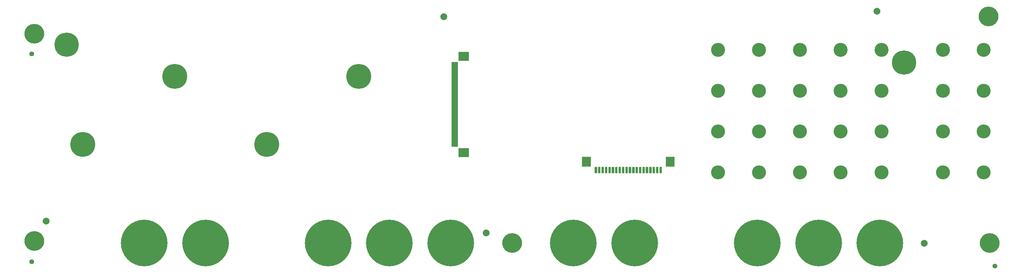
<source format=gbr>
%TF.GenerationSoftware,KiCad,Pcbnew,5.1.9*%
%TF.CreationDate,2021-03-30T15:22:33+02:00*%
%TF.ProjectId,OTTO-Beta-Aux,4f54544f-2d42-4657-9461-2d4175782e6b,rev?*%
%TF.SameCoordinates,Original*%
%TF.FileFunction,Soldermask,Bot*%
%TF.FilePolarity,Negative*%
%FSLAX46Y46*%
G04 Gerber Fmt 4.6, Leading zero omitted, Abs format (unit mm)*
G04 Created by KiCad (PCBNEW 5.1.9) date 2021-03-30 15:22:33*
%MOMM*%
%LPD*%
G01*
G04 APERTURE LIST*
%ADD10C,4.102000*%
%ADD11C,13.702000*%
%ADD12C,7.302000*%
%ADD13C,7.102000*%
%ADD14C,5.800000*%
%ADD15C,1.402000*%
%ADD16C,2.000000*%
%ADD17C,0.150000*%
G04 APERTURE END LIST*
D10*
X299700000Y-23850000D03*
X287700000Y-23850000D03*
X269700000Y-23850000D03*
X257700000Y-23850000D03*
X245700000Y-23850000D03*
X233700000Y-23850000D03*
X221700000Y-23850000D03*
X299700000Y-35850000D03*
X287700000Y-35850000D03*
X269700000Y-35850000D03*
X257700000Y-35850000D03*
X245700000Y-35850000D03*
X233700000Y-35850000D03*
X221700000Y-35850000D03*
X299700000Y-47850000D03*
X287700000Y-47850000D03*
X269700000Y-47850000D03*
X257700000Y-47850000D03*
X245700000Y-47850000D03*
X233700000Y-47850000D03*
X221700000Y-47850000D03*
X299700000Y-59850000D03*
X287700000Y-59850000D03*
X269700000Y-59850000D03*
X257700000Y-59850000D03*
X245700000Y-59850000D03*
X233700000Y-59850000D03*
X221700000Y-59850000D03*
D11*
X269200000Y-80600000D03*
X251200000Y-80600000D03*
X233200000Y-80600000D03*
X197200000Y-80600000D03*
X179200000Y-80600000D03*
X143200000Y-80600000D03*
X125200000Y-80600000D03*
X107200000Y-80600000D03*
X71200000Y-80600000D03*
X53200000Y-80600000D03*
D12*
X116200000Y-31600000D03*
X89200000Y-51600000D03*
X62200000Y-31600000D03*
X35200000Y-51600000D03*
D13*
X30470000Y-22350000D03*
X276310000Y-27609000D03*
G36*
G01*
X196480800Y-59996200D02*
X196480800Y-58296200D01*
G75*
G02*
X196531800Y-58245200I51000J0D01*
G01*
X197131800Y-58245200D01*
G75*
G02*
X197182800Y-58296200I0J-51000D01*
G01*
X197182800Y-59996200D01*
G75*
G02*
X197131800Y-60047200I-51000J0D01*
G01*
X196531800Y-60047200D01*
G75*
G02*
X196480800Y-59996200I0J51000D01*
G01*
G37*
G36*
G01*
X195480800Y-59996200D02*
X195480800Y-58296200D01*
G75*
G02*
X195531800Y-58245200I51000J0D01*
G01*
X196131800Y-58245200D01*
G75*
G02*
X196182800Y-58296200I0J-51000D01*
G01*
X196182800Y-59996200D01*
G75*
G02*
X196131800Y-60047200I-51000J0D01*
G01*
X195531800Y-60047200D01*
G75*
G02*
X195480800Y-59996200I0J51000D01*
G01*
G37*
G36*
G01*
X194480800Y-59996200D02*
X194480800Y-58296200D01*
G75*
G02*
X194531800Y-58245200I51000J0D01*
G01*
X195131800Y-58245200D01*
G75*
G02*
X195182800Y-58296200I0J-51000D01*
G01*
X195182800Y-59996200D01*
G75*
G02*
X195131800Y-60047200I-51000J0D01*
G01*
X194531800Y-60047200D01*
G75*
G02*
X194480800Y-59996200I0J51000D01*
G01*
G37*
G36*
G01*
X193480800Y-59996200D02*
X193480800Y-58296200D01*
G75*
G02*
X193531800Y-58245200I51000J0D01*
G01*
X194131800Y-58245200D01*
G75*
G02*
X194182800Y-58296200I0J-51000D01*
G01*
X194182800Y-59996200D01*
G75*
G02*
X194131800Y-60047200I-51000J0D01*
G01*
X193531800Y-60047200D01*
G75*
G02*
X193480800Y-59996200I0J51000D01*
G01*
G37*
G36*
G01*
X192480800Y-59996200D02*
X192480800Y-58296200D01*
G75*
G02*
X192531800Y-58245200I51000J0D01*
G01*
X193131800Y-58245200D01*
G75*
G02*
X193182800Y-58296200I0J-51000D01*
G01*
X193182800Y-59996200D01*
G75*
G02*
X193131800Y-60047200I-51000J0D01*
G01*
X192531800Y-60047200D01*
G75*
G02*
X192480800Y-59996200I0J51000D01*
G01*
G37*
G36*
G01*
X191480800Y-59996200D02*
X191480800Y-58296200D01*
G75*
G02*
X191531800Y-58245200I51000J0D01*
G01*
X192131800Y-58245200D01*
G75*
G02*
X192182800Y-58296200I0J-51000D01*
G01*
X192182800Y-59996200D01*
G75*
G02*
X192131800Y-60047200I-51000J0D01*
G01*
X191531800Y-60047200D01*
G75*
G02*
X191480800Y-59996200I0J51000D01*
G01*
G37*
G36*
G01*
X190480800Y-59996200D02*
X190480800Y-58296200D01*
G75*
G02*
X190531800Y-58245200I51000J0D01*
G01*
X191131800Y-58245200D01*
G75*
G02*
X191182800Y-58296200I0J-51000D01*
G01*
X191182800Y-59996200D01*
G75*
G02*
X191131800Y-60047200I-51000J0D01*
G01*
X190531800Y-60047200D01*
G75*
G02*
X190480800Y-59996200I0J51000D01*
G01*
G37*
G36*
G01*
X189480800Y-59996200D02*
X189480800Y-58296200D01*
G75*
G02*
X189531800Y-58245200I51000J0D01*
G01*
X190131800Y-58245200D01*
G75*
G02*
X190182800Y-58296200I0J-51000D01*
G01*
X190182800Y-59996200D01*
G75*
G02*
X190131800Y-60047200I-51000J0D01*
G01*
X189531800Y-60047200D01*
G75*
G02*
X189480800Y-59996200I0J51000D01*
G01*
G37*
G36*
G01*
X188480800Y-59996200D02*
X188480800Y-58296200D01*
G75*
G02*
X188531800Y-58245200I51000J0D01*
G01*
X189131800Y-58245200D01*
G75*
G02*
X189182800Y-58296200I0J-51000D01*
G01*
X189182800Y-59996200D01*
G75*
G02*
X189131800Y-60047200I-51000J0D01*
G01*
X188531800Y-60047200D01*
G75*
G02*
X188480800Y-59996200I0J51000D01*
G01*
G37*
G36*
G01*
X187480800Y-59996200D02*
X187480800Y-58296200D01*
G75*
G02*
X187531800Y-58245200I51000J0D01*
G01*
X188131800Y-58245200D01*
G75*
G02*
X188182800Y-58296200I0J-51000D01*
G01*
X188182800Y-59996200D01*
G75*
G02*
X188131800Y-60047200I-51000J0D01*
G01*
X187531800Y-60047200D01*
G75*
G02*
X187480800Y-59996200I0J51000D01*
G01*
G37*
G36*
G01*
X186480800Y-59996200D02*
X186480800Y-58296200D01*
G75*
G02*
X186531800Y-58245200I51000J0D01*
G01*
X187131800Y-58245200D01*
G75*
G02*
X187182800Y-58296200I0J-51000D01*
G01*
X187182800Y-59996200D01*
G75*
G02*
X187131800Y-60047200I-51000J0D01*
G01*
X186531800Y-60047200D01*
G75*
G02*
X186480800Y-59996200I0J51000D01*
G01*
G37*
G36*
G01*
X181730800Y-58076200D02*
X181730800Y-55276200D01*
G75*
G02*
X181781800Y-55225200I51000J0D01*
G01*
X184281800Y-55225200D01*
G75*
G02*
X184332800Y-55276200I0J-51000D01*
G01*
X184332800Y-58076200D01*
G75*
G02*
X184281800Y-58127200I-51000J0D01*
G01*
X181781800Y-58127200D01*
G75*
G02*
X181730800Y-58076200I0J51000D01*
G01*
G37*
G36*
G01*
X206330800Y-58076200D02*
X206330800Y-55276200D01*
G75*
G02*
X206381800Y-55225200I51000J0D01*
G01*
X208881800Y-55225200D01*
G75*
G02*
X208932800Y-55276200I0J-51000D01*
G01*
X208932800Y-58076200D01*
G75*
G02*
X208881800Y-58127200I-51000J0D01*
G01*
X206381800Y-58127200D01*
G75*
G02*
X206330800Y-58076200I0J51000D01*
G01*
G37*
G36*
G01*
X185480800Y-59996200D02*
X185480800Y-58296200D01*
G75*
G02*
X185531800Y-58245200I51000J0D01*
G01*
X186131800Y-58245200D01*
G75*
G02*
X186182800Y-58296200I0J-51000D01*
G01*
X186182800Y-59996200D01*
G75*
G02*
X186131800Y-60047200I-51000J0D01*
G01*
X185531800Y-60047200D01*
G75*
G02*
X185480800Y-59996200I0J51000D01*
G01*
G37*
G36*
G01*
X197480800Y-59996200D02*
X197480800Y-58296200D01*
G75*
G02*
X197531800Y-58245200I51000J0D01*
G01*
X198131800Y-58245200D01*
G75*
G02*
X198182800Y-58296200I0J-51000D01*
G01*
X198182800Y-59996200D01*
G75*
G02*
X198131800Y-60047200I-51000J0D01*
G01*
X197531800Y-60047200D01*
G75*
G02*
X197480800Y-59996200I0J51000D01*
G01*
G37*
G36*
G01*
X198480800Y-59996200D02*
X198480800Y-58296200D01*
G75*
G02*
X198531800Y-58245200I51000J0D01*
G01*
X199131800Y-58245200D01*
G75*
G02*
X199182800Y-58296200I0J-51000D01*
G01*
X199182800Y-59996200D01*
G75*
G02*
X199131800Y-60047200I-51000J0D01*
G01*
X198531800Y-60047200D01*
G75*
G02*
X198480800Y-59996200I0J51000D01*
G01*
G37*
G36*
G01*
X199480800Y-59996200D02*
X199480800Y-58296200D01*
G75*
G02*
X199531800Y-58245200I51000J0D01*
G01*
X200131800Y-58245200D01*
G75*
G02*
X200182800Y-58296200I0J-51000D01*
G01*
X200182800Y-59996200D01*
G75*
G02*
X200131800Y-60047200I-51000J0D01*
G01*
X199531800Y-60047200D01*
G75*
G02*
X199480800Y-59996200I0J51000D01*
G01*
G37*
G36*
G01*
X200480800Y-59996200D02*
X200480800Y-58296200D01*
G75*
G02*
X200531800Y-58245200I51000J0D01*
G01*
X201131800Y-58245200D01*
G75*
G02*
X201182800Y-58296200I0J-51000D01*
G01*
X201182800Y-59996200D01*
G75*
G02*
X201131800Y-60047200I-51000J0D01*
G01*
X200531800Y-60047200D01*
G75*
G02*
X200480800Y-59996200I0J51000D01*
G01*
G37*
G36*
G01*
X201480800Y-59996200D02*
X201480800Y-58296200D01*
G75*
G02*
X201531800Y-58245200I51000J0D01*
G01*
X202131800Y-58245200D01*
G75*
G02*
X202182800Y-58296200I0J-51000D01*
G01*
X202182800Y-59996200D01*
G75*
G02*
X202131800Y-60047200I-51000J0D01*
G01*
X201531800Y-60047200D01*
G75*
G02*
X201480800Y-59996200I0J51000D01*
G01*
G37*
G36*
G01*
X202480800Y-59996200D02*
X202480800Y-58296200D01*
G75*
G02*
X202531800Y-58245200I51000J0D01*
G01*
X203131800Y-58245200D01*
G75*
G02*
X203182800Y-58296200I0J-51000D01*
G01*
X203182800Y-59996200D01*
G75*
G02*
X203131800Y-60047200I-51000J0D01*
G01*
X202531800Y-60047200D01*
G75*
G02*
X202480800Y-59996200I0J51000D01*
G01*
G37*
G36*
G01*
X203480800Y-59996200D02*
X203480800Y-58296200D01*
G75*
G02*
X203531800Y-58245200I51000J0D01*
G01*
X204131800Y-58245200D01*
G75*
G02*
X204182800Y-58296200I0J-51000D01*
G01*
X204182800Y-59996200D01*
G75*
G02*
X204131800Y-60047200I-51000J0D01*
G01*
X203531800Y-60047200D01*
G75*
G02*
X203480800Y-59996200I0J51000D01*
G01*
G37*
G36*
G01*
X204480800Y-59996200D02*
X204480800Y-58296200D01*
G75*
G02*
X204531800Y-58245200I51000J0D01*
G01*
X205131800Y-58245200D01*
G75*
G02*
X205182800Y-58296200I0J-51000D01*
G01*
X205182800Y-59996200D01*
G75*
G02*
X205131800Y-60047200I-51000J0D01*
G01*
X204531800Y-60047200D01*
G75*
G02*
X204480800Y-59996200I0J51000D01*
G01*
G37*
G36*
G01*
X143501041Y-51924000D02*
X145301041Y-51924000D01*
G75*
G02*
X145352041Y-51975000I0J-51000D01*
G01*
X145352041Y-52275000D01*
G75*
G02*
X145301041Y-52326000I-51000J0D01*
G01*
X143501041Y-52326000D01*
G75*
G02*
X143450041Y-52275000I0J51000D01*
G01*
X143450041Y-51975000D01*
G75*
G02*
X143501041Y-51924000I51000J0D01*
G01*
G37*
G36*
G01*
X145501041Y-52724000D02*
X148501041Y-52724000D01*
G75*
G02*
X148552041Y-52775000I0J-51000D01*
G01*
X148552041Y-55275000D01*
G75*
G02*
X148501041Y-55326000I-51000J0D01*
G01*
X145501041Y-55326000D01*
G75*
G02*
X145450041Y-55275000I0J51000D01*
G01*
X145450041Y-52775000D01*
G75*
G02*
X145501041Y-52724000I51000J0D01*
G01*
G37*
G36*
G01*
X145501041Y-24424000D02*
X148501041Y-24424000D01*
G75*
G02*
X148552041Y-24475000I0J-51000D01*
G01*
X148552041Y-26975000D01*
G75*
G02*
X148501041Y-27026000I-51000J0D01*
G01*
X145501041Y-27026000D01*
G75*
G02*
X145450041Y-26975000I0J51000D01*
G01*
X145450041Y-24475000D01*
G75*
G02*
X145501041Y-24424000I51000J0D01*
G01*
G37*
G36*
G01*
X143501041Y-51424000D02*
X145301041Y-51424000D01*
G75*
G02*
X145352041Y-51475000I0J-51000D01*
G01*
X145352041Y-51775000D01*
G75*
G02*
X145301041Y-51826000I-51000J0D01*
G01*
X143501041Y-51826000D01*
G75*
G02*
X143450041Y-51775000I0J51000D01*
G01*
X143450041Y-51475000D01*
G75*
G02*
X143501041Y-51424000I51000J0D01*
G01*
G37*
G36*
G01*
X143501041Y-50924000D02*
X145301041Y-50924000D01*
G75*
G02*
X145352041Y-50975000I0J-51000D01*
G01*
X145352041Y-51275000D01*
G75*
G02*
X145301041Y-51326000I-51000J0D01*
G01*
X143501041Y-51326000D01*
G75*
G02*
X143450041Y-51275000I0J51000D01*
G01*
X143450041Y-50975000D01*
G75*
G02*
X143501041Y-50924000I51000J0D01*
G01*
G37*
G36*
G01*
X143501041Y-50424000D02*
X145301041Y-50424000D01*
G75*
G02*
X145352041Y-50475000I0J-51000D01*
G01*
X145352041Y-50775000D01*
G75*
G02*
X145301041Y-50826000I-51000J0D01*
G01*
X143501041Y-50826000D01*
G75*
G02*
X143450041Y-50775000I0J51000D01*
G01*
X143450041Y-50475000D01*
G75*
G02*
X143501041Y-50424000I51000J0D01*
G01*
G37*
G36*
G01*
X143501041Y-49924000D02*
X145301041Y-49924000D01*
G75*
G02*
X145352041Y-49975000I0J-51000D01*
G01*
X145352041Y-50275000D01*
G75*
G02*
X145301041Y-50326000I-51000J0D01*
G01*
X143501041Y-50326000D01*
G75*
G02*
X143450041Y-50275000I0J51000D01*
G01*
X143450041Y-49975000D01*
G75*
G02*
X143501041Y-49924000I51000J0D01*
G01*
G37*
G36*
G01*
X143501041Y-49424000D02*
X145301041Y-49424000D01*
G75*
G02*
X145352041Y-49475000I0J-51000D01*
G01*
X145352041Y-49775000D01*
G75*
G02*
X145301041Y-49826000I-51000J0D01*
G01*
X143501041Y-49826000D01*
G75*
G02*
X143450041Y-49775000I0J51000D01*
G01*
X143450041Y-49475000D01*
G75*
G02*
X143501041Y-49424000I51000J0D01*
G01*
G37*
G36*
G01*
X143501041Y-48924000D02*
X145301041Y-48924000D01*
G75*
G02*
X145352041Y-48975000I0J-51000D01*
G01*
X145352041Y-49275000D01*
G75*
G02*
X145301041Y-49326000I-51000J0D01*
G01*
X143501041Y-49326000D01*
G75*
G02*
X143450041Y-49275000I0J51000D01*
G01*
X143450041Y-48975000D01*
G75*
G02*
X143501041Y-48924000I51000J0D01*
G01*
G37*
G36*
G01*
X143501041Y-48424000D02*
X145301041Y-48424000D01*
G75*
G02*
X145352041Y-48475000I0J-51000D01*
G01*
X145352041Y-48775000D01*
G75*
G02*
X145301041Y-48826000I-51000J0D01*
G01*
X143501041Y-48826000D01*
G75*
G02*
X143450041Y-48775000I0J51000D01*
G01*
X143450041Y-48475000D01*
G75*
G02*
X143501041Y-48424000I51000J0D01*
G01*
G37*
G36*
G01*
X143501041Y-47924000D02*
X145301041Y-47924000D01*
G75*
G02*
X145352041Y-47975000I0J-51000D01*
G01*
X145352041Y-48275000D01*
G75*
G02*
X145301041Y-48326000I-51000J0D01*
G01*
X143501041Y-48326000D01*
G75*
G02*
X143450041Y-48275000I0J51000D01*
G01*
X143450041Y-47975000D01*
G75*
G02*
X143501041Y-47924000I51000J0D01*
G01*
G37*
G36*
G01*
X143501041Y-47424000D02*
X145301041Y-47424000D01*
G75*
G02*
X145352041Y-47475000I0J-51000D01*
G01*
X145352041Y-47775000D01*
G75*
G02*
X145301041Y-47826000I-51000J0D01*
G01*
X143501041Y-47826000D01*
G75*
G02*
X143450041Y-47775000I0J51000D01*
G01*
X143450041Y-47475000D01*
G75*
G02*
X143501041Y-47424000I51000J0D01*
G01*
G37*
G36*
G01*
X143501041Y-46924000D02*
X145301041Y-46924000D01*
G75*
G02*
X145352041Y-46975000I0J-51000D01*
G01*
X145352041Y-47275000D01*
G75*
G02*
X145301041Y-47326000I-51000J0D01*
G01*
X143501041Y-47326000D01*
G75*
G02*
X143450041Y-47275000I0J51000D01*
G01*
X143450041Y-46975000D01*
G75*
G02*
X143501041Y-46924000I51000J0D01*
G01*
G37*
G36*
G01*
X143501041Y-46424000D02*
X145301041Y-46424000D01*
G75*
G02*
X145352041Y-46475000I0J-51000D01*
G01*
X145352041Y-46775000D01*
G75*
G02*
X145301041Y-46826000I-51000J0D01*
G01*
X143501041Y-46826000D01*
G75*
G02*
X143450041Y-46775000I0J51000D01*
G01*
X143450041Y-46475000D01*
G75*
G02*
X143501041Y-46424000I51000J0D01*
G01*
G37*
G36*
G01*
X143501041Y-45924000D02*
X145301041Y-45924000D01*
G75*
G02*
X145352041Y-45975000I0J-51000D01*
G01*
X145352041Y-46275000D01*
G75*
G02*
X145301041Y-46326000I-51000J0D01*
G01*
X143501041Y-46326000D01*
G75*
G02*
X143450041Y-46275000I0J51000D01*
G01*
X143450041Y-45975000D01*
G75*
G02*
X143501041Y-45924000I51000J0D01*
G01*
G37*
G36*
G01*
X143501041Y-45424000D02*
X145301041Y-45424000D01*
G75*
G02*
X145352041Y-45475000I0J-51000D01*
G01*
X145352041Y-45775000D01*
G75*
G02*
X145301041Y-45826000I-51000J0D01*
G01*
X143501041Y-45826000D01*
G75*
G02*
X143450041Y-45775000I0J51000D01*
G01*
X143450041Y-45475000D01*
G75*
G02*
X143501041Y-45424000I51000J0D01*
G01*
G37*
G36*
G01*
X143501041Y-44924000D02*
X145301041Y-44924000D01*
G75*
G02*
X145352041Y-44975000I0J-51000D01*
G01*
X145352041Y-45275000D01*
G75*
G02*
X145301041Y-45326000I-51000J0D01*
G01*
X143501041Y-45326000D01*
G75*
G02*
X143450041Y-45275000I0J51000D01*
G01*
X143450041Y-44975000D01*
G75*
G02*
X143501041Y-44924000I51000J0D01*
G01*
G37*
G36*
G01*
X143501041Y-44424000D02*
X145301041Y-44424000D01*
G75*
G02*
X145352041Y-44475000I0J-51000D01*
G01*
X145352041Y-44775000D01*
G75*
G02*
X145301041Y-44826000I-51000J0D01*
G01*
X143501041Y-44826000D01*
G75*
G02*
X143450041Y-44775000I0J51000D01*
G01*
X143450041Y-44475000D01*
G75*
G02*
X143501041Y-44424000I51000J0D01*
G01*
G37*
G36*
G01*
X143501041Y-43924000D02*
X145301041Y-43924000D01*
G75*
G02*
X145352041Y-43975000I0J-51000D01*
G01*
X145352041Y-44275000D01*
G75*
G02*
X145301041Y-44326000I-51000J0D01*
G01*
X143501041Y-44326000D01*
G75*
G02*
X143450041Y-44275000I0J51000D01*
G01*
X143450041Y-43975000D01*
G75*
G02*
X143501041Y-43924000I51000J0D01*
G01*
G37*
G36*
G01*
X143501041Y-43424000D02*
X145301041Y-43424000D01*
G75*
G02*
X145352041Y-43475000I0J-51000D01*
G01*
X145352041Y-43775000D01*
G75*
G02*
X145301041Y-43826000I-51000J0D01*
G01*
X143501041Y-43826000D01*
G75*
G02*
X143450041Y-43775000I0J51000D01*
G01*
X143450041Y-43475000D01*
G75*
G02*
X143501041Y-43424000I51000J0D01*
G01*
G37*
G36*
G01*
X143501041Y-42924000D02*
X145301041Y-42924000D01*
G75*
G02*
X145352041Y-42975000I0J-51000D01*
G01*
X145352041Y-43275000D01*
G75*
G02*
X145301041Y-43326000I-51000J0D01*
G01*
X143501041Y-43326000D01*
G75*
G02*
X143450041Y-43275000I0J51000D01*
G01*
X143450041Y-42975000D01*
G75*
G02*
X143501041Y-42924000I51000J0D01*
G01*
G37*
G36*
G01*
X143501041Y-42424000D02*
X145301041Y-42424000D01*
G75*
G02*
X145352041Y-42475000I0J-51000D01*
G01*
X145352041Y-42775000D01*
G75*
G02*
X145301041Y-42826000I-51000J0D01*
G01*
X143501041Y-42826000D01*
G75*
G02*
X143450041Y-42775000I0J51000D01*
G01*
X143450041Y-42475000D01*
G75*
G02*
X143501041Y-42424000I51000J0D01*
G01*
G37*
G36*
G01*
X143501041Y-41924000D02*
X145301041Y-41924000D01*
G75*
G02*
X145352041Y-41975000I0J-51000D01*
G01*
X145352041Y-42275000D01*
G75*
G02*
X145301041Y-42326000I-51000J0D01*
G01*
X143501041Y-42326000D01*
G75*
G02*
X143450041Y-42275000I0J51000D01*
G01*
X143450041Y-41975000D01*
G75*
G02*
X143501041Y-41924000I51000J0D01*
G01*
G37*
G36*
G01*
X143501041Y-41424000D02*
X145301041Y-41424000D01*
G75*
G02*
X145352041Y-41475000I0J-51000D01*
G01*
X145352041Y-41775000D01*
G75*
G02*
X145301041Y-41826000I-51000J0D01*
G01*
X143501041Y-41826000D01*
G75*
G02*
X143450041Y-41775000I0J51000D01*
G01*
X143450041Y-41475000D01*
G75*
G02*
X143501041Y-41424000I51000J0D01*
G01*
G37*
G36*
G01*
X143501041Y-40924000D02*
X145301041Y-40924000D01*
G75*
G02*
X145352041Y-40975000I0J-51000D01*
G01*
X145352041Y-41275000D01*
G75*
G02*
X145301041Y-41326000I-51000J0D01*
G01*
X143501041Y-41326000D01*
G75*
G02*
X143450041Y-41275000I0J51000D01*
G01*
X143450041Y-40975000D01*
G75*
G02*
X143501041Y-40924000I51000J0D01*
G01*
G37*
G36*
G01*
X143501041Y-40424000D02*
X145301041Y-40424000D01*
G75*
G02*
X145352041Y-40475000I0J-51000D01*
G01*
X145352041Y-40775000D01*
G75*
G02*
X145301041Y-40826000I-51000J0D01*
G01*
X143501041Y-40826000D01*
G75*
G02*
X143450041Y-40775000I0J51000D01*
G01*
X143450041Y-40475000D01*
G75*
G02*
X143501041Y-40424000I51000J0D01*
G01*
G37*
G36*
G01*
X143501041Y-39924000D02*
X145301041Y-39924000D01*
G75*
G02*
X145352041Y-39975000I0J-51000D01*
G01*
X145352041Y-40275000D01*
G75*
G02*
X145301041Y-40326000I-51000J0D01*
G01*
X143501041Y-40326000D01*
G75*
G02*
X143450041Y-40275000I0J51000D01*
G01*
X143450041Y-39975000D01*
G75*
G02*
X143501041Y-39924000I51000J0D01*
G01*
G37*
G36*
G01*
X143501041Y-39424000D02*
X145301041Y-39424000D01*
G75*
G02*
X145352041Y-39475000I0J-51000D01*
G01*
X145352041Y-39775000D01*
G75*
G02*
X145301041Y-39826000I-51000J0D01*
G01*
X143501041Y-39826000D01*
G75*
G02*
X143450041Y-39775000I0J51000D01*
G01*
X143450041Y-39475000D01*
G75*
G02*
X143501041Y-39424000I51000J0D01*
G01*
G37*
G36*
G01*
X143501041Y-38924000D02*
X145301041Y-38924000D01*
G75*
G02*
X145352041Y-38975000I0J-51000D01*
G01*
X145352041Y-39275000D01*
G75*
G02*
X145301041Y-39326000I-51000J0D01*
G01*
X143501041Y-39326000D01*
G75*
G02*
X143450041Y-39275000I0J51000D01*
G01*
X143450041Y-38975000D01*
G75*
G02*
X143501041Y-38924000I51000J0D01*
G01*
G37*
G36*
G01*
X143501041Y-38424000D02*
X145301041Y-38424000D01*
G75*
G02*
X145352041Y-38475000I0J-51000D01*
G01*
X145352041Y-38775000D01*
G75*
G02*
X145301041Y-38826000I-51000J0D01*
G01*
X143501041Y-38826000D01*
G75*
G02*
X143450041Y-38775000I0J51000D01*
G01*
X143450041Y-38475000D01*
G75*
G02*
X143501041Y-38424000I51000J0D01*
G01*
G37*
G36*
G01*
X143501041Y-37924000D02*
X145301041Y-37924000D01*
G75*
G02*
X145352041Y-37975000I0J-51000D01*
G01*
X145352041Y-38275000D01*
G75*
G02*
X145301041Y-38326000I-51000J0D01*
G01*
X143501041Y-38326000D01*
G75*
G02*
X143450041Y-38275000I0J51000D01*
G01*
X143450041Y-37975000D01*
G75*
G02*
X143501041Y-37924000I51000J0D01*
G01*
G37*
G36*
G01*
X143501041Y-37424000D02*
X145301041Y-37424000D01*
G75*
G02*
X145352041Y-37475000I0J-51000D01*
G01*
X145352041Y-37775000D01*
G75*
G02*
X145301041Y-37826000I-51000J0D01*
G01*
X143501041Y-37826000D01*
G75*
G02*
X143450041Y-37775000I0J51000D01*
G01*
X143450041Y-37475000D01*
G75*
G02*
X143501041Y-37424000I51000J0D01*
G01*
G37*
G36*
G01*
X143501041Y-36924000D02*
X145301041Y-36924000D01*
G75*
G02*
X145352041Y-36975000I0J-51000D01*
G01*
X145352041Y-37275000D01*
G75*
G02*
X145301041Y-37326000I-51000J0D01*
G01*
X143501041Y-37326000D01*
G75*
G02*
X143450041Y-37275000I0J51000D01*
G01*
X143450041Y-36975000D01*
G75*
G02*
X143501041Y-36924000I51000J0D01*
G01*
G37*
G36*
G01*
X143501041Y-36424000D02*
X145301041Y-36424000D01*
G75*
G02*
X145352041Y-36475000I0J-51000D01*
G01*
X145352041Y-36775000D01*
G75*
G02*
X145301041Y-36826000I-51000J0D01*
G01*
X143501041Y-36826000D01*
G75*
G02*
X143450041Y-36775000I0J51000D01*
G01*
X143450041Y-36475000D01*
G75*
G02*
X143501041Y-36424000I51000J0D01*
G01*
G37*
G36*
G01*
X143501041Y-35924000D02*
X145301041Y-35924000D01*
G75*
G02*
X145352041Y-35975000I0J-51000D01*
G01*
X145352041Y-36275000D01*
G75*
G02*
X145301041Y-36326000I-51000J0D01*
G01*
X143501041Y-36326000D01*
G75*
G02*
X143450041Y-36275000I0J51000D01*
G01*
X143450041Y-35975000D01*
G75*
G02*
X143501041Y-35924000I51000J0D01*
G01*
G37*
G36*
G01*
X143501041Y-35424000D02*
X145301041Y-35424000D01*
G75*
G02*
X145352041Y-35475000I0J-51000D01*
G01*
X145352041Y-35775000D01*
G75*
G02*
X145301041Y-35826000I-51000J0D01*
G01*
X143501041Y-35826000D01*
G75*
G02*
X143450041Y-35775000I0J51000D01*
G01*
X143450041Y-35475000D01*
G75*
G02*
X143501041Y-35424000I51000J0D01*
G01*
G37*
G36*
G01*
X143501041Y-34924000D02*
X145301041Y-34924000D01*
G75*
G02*
X145352041Y-34975000I0J-51000D01*
G01*
X145352041Y-35275000D01*
G75*
G02*
X145301041Y-35326000I-51000J0D01*
G01*
X143501041Y-35326000D01*
G75*
G02*
X143450041Y-35275000I0J51000D01*
G01*
X143450041Y-34975000D01*
G75*
G02*
X143501041Y-34924000I51000J0D01*
G01*
G37*
G36*
G01*
X143501041Y-34424000D02*
X145301041Y-34424000D01*
G75*
G02*
X145352041Y-34475000I0J-51000D01*
G01*
X145352041Y-34775000D01*
G75*
G02*
X145301041Y-34826000I-51000J0D01*
G01*
X143501041Y-34826000D01*
G75*
G02*
X143450041Y-34775000I0J51000D01*
G01*
X143450041Y-34475000D01*
G75*
G02*
X143501041Y-34424000I51000J0D01*
G01*
G37*
G36*
G01*
X143501041Y-33924000D02*
X145301041Y-33924000D01*
G75*
G02*
X145352041Y-33975000I0J-51000D01*
G01*
X145352041Y-34275000D01*
G75*
G02*
X145301041Y-34326000I-51000J0D01*
G01*
X143501041Y-34326000D01*
G75*
G02*
X143450041Y-34275000I0J51000D01*
G01*
X143450041Y-33975000D01*
G75*
G02*
X143501041Y-33924000I51000J0D01*
G01*
G37*
G36*
G01*
X143501041Y-33424000D02*
X145301041Y-33424000D01*
G75*
G02*
X145352041Y-33475000I0J-51000D01*
G01*
X145352041Y-33775000D01*
G75*
G02*
X145301041Y-33826000I-51000J0D01*
G01*
X143501041Y-33826000D01*
G75*
G02*
X143450041Y-33775000I0J51000D01*
G01*
X143450041Y-33475000D01*
G75*
G02*
X143501041Y-33424000I51000J0D01*
G01*
G37*
G36*
G01*
X143501041Y-32924000D02*
X145301041Y-32924000D01*
G75*
G02*
X145352041Y-32975000I0J-51000D01*
G01*
X145352041Y-33275000D01*
G75*
G02*
X145301041Y-33326000I-51000J0D01*
G01*
X143501041Y-33326000D01*
G75*
G02*
X143450041Y-33275000I0J51000D01*
G01*
X143450041Y-32975000D01*
G75*
G02*
X143501041Y-32924000I51000J0D01*
G01*
G37*
G36*
G01*
X143501041Y-32424000D02*
X145301041Y-32424000D01*
G75*
G02*
X145352041Y-32475000I0J-51000D01*
G01*
X145352041Y-32775000D01*
G75*
G02*
X145301041Y-32826000I-51000J0D01*
G01*
X143501041Y-32826000D01*
G75*
G02*
X143450041Y-32775000I0J51000D01*
G01*
X143450041Y-32475000D01*
G75*
G02*
X143501041Y-32424000I51000J0D01*
G01*
G37*
G36*
G01*
X143501041Y-31924000D02*
X145301041Y-31924000D01*
G75*
G02*
X145352041Y-31975000I0J-51000D01*
G01*
X145352041Y-32275000D01*
G75*
G02*
X145301041Y-32326000I-51000J0D01*
G01*
X143501041Y-32326000D01*
G75*
G02*
X143450041Y-32275000I0J51000D01*
G01*
X143450041Y-31975000D01*
G75*
G02*
X143501041Y-31924000I51000J0D01*
G01*
G37*
G36*
G01*
X143501041Y-31424000D02*
X145301041Y-31424000D01*
G75*
G02*
X145352041Y-31475000I0J-51000D01*
G01*
X145352041Y-31775000D01*
G75*
G02*
X145301041Y-31826000I-51000J0D01*
G01*
X143501041Y-31826000D01*
G75*
G02*
X143450041Y-31775000I0J51000D01*
G01*
X143450041Y-31475000D01*
G75*
G02*
X143501041Y-31424000I51000J0D01*
G01*
G37*
G36*
G01*
X143501041Y-30924000D02*
X145301041Y-30924000D01*
G75*
G02*
X145352041Y-30975000I0J-51000D01*
G01*
X145352041Y-31275000D01*
G75*
G02*
X145301041Y-31326000I-51000J0D01*
G01*
X143501041Y-31326000D01*
G75*
G02*
X143450041Y-31275000I0J51000D01*
G01*
X143450041Y-30975000D01*
G75*
G02*
X143501041Y-30924000I51000J0D01*
G01*
G37*
G36*
G01*
X143501041Y-30424000D02*
X145301041Y-30424000D01*
G75*
G02*
X145352041Y-30475000I0J-51000D01*
G01*
X145352041Y-30775000D01*
G75*
G02*
X145301041Y-30826000I-51000J0D01*
G01*
X143501041Y-30826000D01*
G75*
G02*
X143450041Y-30775000I0J51000D01*
G01*
X143450041Y-30475000D01*
G75*
G02*
X143501041Y-30424000I51000J0D01*
G01*
G37*
G36*
G01*
X143501041Y-29924000D02*
X145301041Y-29924000D01*
G75*
G02*
X145352041Y-29975000I0J-51000D01*
G01*
X145352041Y-30275000D01*
G75*
G02*
X145301041Y-30326000I-51000J0D01*
G01*
X143501041Y-30326000D01*
G75*
G02*
X143450041Y-30275000I0J51000D01*
G01*
X143450041Y-29975000D01*
G75*
G02*
X143501041Y-29924000I51000J0D01*
G01*
G37*
G36*
G01*
X143501041Y-29424000D02*
X145301041Y-29424000D01*
G75*
G02*
X145352041Y-29475000I0J-51000D01*
G01*
X145352041Y-29775000D01*
G75*
G02*
X145301041Y-29826000I-51000J0D01*
G01*
X143501041Y-29826000D01*
G75*
G02*
X143450041Y-29775000I0J51000D01*
G01*
X143450041Y-29475000D01*
G75*
G02*
X143501041Y-29424000I51000J0D01*
G01*
G37*
G36*
G01*
X143501041Y-28924000D02*
X145301041Y-28924000D01*
G75*
G02*
X145352041Y-28975000I0J-51000D01*
G01*
X145352041Y-29275000D01*
G75*
G02*
X145301041Y-29326000I-51000J0D01*
G01*
X143501041Y-29326000D01*
G75*
G02*
X143450041Y-29275000I0J51000D01*
G01*
X143450041Y-28975000D01*
G75*
G02*
X143501041Y-28924000I51000J0D01*
G01*
G37*
G36*
G01*
X143501041Y-28424000D02*
X145301041Y-28424000D01*
G75*
G02*
X145352041Y-28475000I0J-51000D01*
G01*
X145352041Y-28775000D01*
G75*
G02*
X145301041Y-28826000I-51000J0D01*
G01*
X143501041Y-28826000D01*
G75*
G02*
X143450041Y-28775000I0J51000D01*
G01*
X143450041Y-28475000D01*
G75*
G02*
X143501041Y-28424000I51000J0D01*
G01*
G37*
G36*
G01*
X143501041Y-27924000D02*
X145301041Y-27924000D01*
G75*
G02*
X145352041Y-27975000I0J-51000D01*
G01*
X145352041Y-28275000D01*
G75*
G02*
X145301041Y-28326000I-51000J0D01*
G01*
X143501041Y-28326000D01*
G75*
G02*
X143450041Y-28275000I0J51000D01*
G01*
X143450041Y-27975000D01*
G75*
G02*
X143501041Y-27924000I51000J0D01*
G01*
G37*
G36*
G01*
X143501041Y-27424000D02*
X145301041Y-27424000D01*
G75*
G02*
X145352041Y-27475000I0J-51000D01*
G01*
X145352041Y-27775000D01*
G75*
G02*
X145301041Y-27826000I-51000J0D01*
G01*
X143501041Y-27826000D01*
G75*
G02*
X143450041Y-27775000I0J51000D01*
G01*
X143450041Y-27475000D01*
G75*
G02*
X143501041Y-27424000I51000J0D01*
G01*
G37*
D14*
X20930000Y-19150000D03*
D15*
X302930000Y-87350000D03*
X20200000Y-86100000D03*
X20200000Y-25000000D03*
D16*
X282250000Y-80650000D03*
X268301041Y-12486218D03*
X153600000Y-77650000D03*
X141200000Y-14100000D03*
X24400000Y-74150000D03*
D14*
X301070000Y-14000000D03*
X161200000Y-80600000D03*
X301470000Y-80600000D03*
X20930000Y-80000000D03*
D17*
G36*
X145353773Y-51825000D02*
G01*
X145354041Y-51826000D01*
X145354041Y-51924000D01*
X145353041Y-51925732D01*
X145352041Y-51926000D01*
X143450041Y-51926000D01*
X143448309Y-51925000D01*
X143448041Y-51924000D01*
X143448041Y-51826000D01*
X143449041Y-51824268D01*
X143450041Y-51824000D01*
X145352041Y-51824000D01*
X145353773Y-51825000D01*
G37*
G36*
X145353773Y-51325000D02*
G01*
X145354041Y-51326000D01*
X145354041Y-51424000D01*
X145353041Y-51425732D01*
X145352041Y-51426000D01*
X143450041Y-51426000D01*
X143448309Y-51425000D01*
X143448041Y-51424000D01*
X143448041Y-51326000D01*
X143449041Y-51324268D01*
X143450041Y-51324000D01*
X145352041Y-51324000D01*
X145353773Y-51325000D01*
G37*
G36*
X145353773Y-50825000D02*
G01*
X145354041Y-50826000D01*
X145354041Y-50924000D01*
X145353041Y-50925732D01*
X145352041Y-50926000D01*
X143450041Y-50926000D01*
X143448309Y-50925000D01*
X143448041Y-50924000D01*
X143448041Y-50826000D01*
X143449041Y-50824268D01*
X143450041Y-50824000D01*
X145352041Y-50824000D01*
X145353773Y-50825000D01*
G37*
G36*
X145353773Y-50325000D02*
G01*
X145354041Y-50326000D01*
X145354041Y-50424000D01*
X145353041Y-50425732D01*
X145352041Y-50426000D01*
X143450041Y-50426000D01*
X143448309Y-50425000D01*
X143448041Y-50424000D01*
X143448041Y-50326000D01*
X143449041Y-50324268D01*
X143450041Y-50324000D01*
X145352041Y-50324000D01*
X145353773Y-50325000D01*
G37*
G36*
X145353773Y-49825000D02*
G01*
X145354041Y-49826000D01*
X145354041Y-49924000D01*
X145353041Y-49925732D01*
X145352041Y-49926000D01*
X143450041Y-49926000D01*
X143448309Y-49925000D01*
X143448041Y-49924000D01*
X143448041Y-49826000D01*
X143449041Y-49824268D01*
X143450041Y-49824000D01*
X145352041Y-49824000D01*
X145353773Y-49825000D01*
G37*
G36*
X145353773Y-49325000D02*
G01*
X145354041Y-49326000D01*
X145354041Y-49424000D01*
X145353041Y-49425732D01*
X145352041Y-49426000D01*
X143450041Y-49426000D01*
X143448309Y-49425000D01*
X143448041Y-49424000D01*
X143448041Y-49326000D01*
X143449041Y-49324268D01*
X143450041Y-49324000D01*
X145352041Y-49324000D01*
X145353773Y-49325000D01*
G37*
G36*
X145353773Y-48825000D02*
G01*
X145354041Y-48826000D01*
X145354041Y-48924000D01*
X145353041Y-48925732D01*
X145352041Y-48926000D01*
X143450041Y-48926000D01*
X143448309Y-48925000D01*
X143448041Y-48924000D01*
X143448041Y-48826000D01*
X143449041Y-48824268D01*
X143450041Y-48824000D01*
X145352041Y-48824000D01*
X145353773Y-48825000D01*
G37*
G36*
X145353773Y-48325000D02*
G01*
X145354041Y-48326000D01*
X145354041Y-48424000D01*
X145353041Y-48425732D01*
X145352041Y-48426000D01*
X143450041Y-48426000D01*
X143448309Y-48425000D01*
X143448041Y-48424000D01*
X143448041Y-48326000D01*
X143449041Y-48324268D01*
X143450041Y-48324000D01*
X145352041Y-48324000D01*
X145353773Y-48325000D01*
G37*
G36*
X145353773Y-47825000D02*
G01*
X145354041Y-47826000D01*
X145354041Y-47924000D01*
X145353041Y-47925732D01*
X145352041Y-47926000D01*
X143450041Y-47926000D01*
X143448309Y-47925000D01*
X143448041Y-47924000D01*
X143448041Y-47826000D01*
X143449041Y-47824268D01*
X143450041Y-47824000D01*
X145352041Y-47824000D01*
X145353773Y-47825000D01*
G37*
G36*
X145353773Y-47325000D02*
G01*
X145354041Y-47326000D01*
X145354041Y-47424000D01*
X145353041Y-47425732D01*
X145352041Y-47426000D01*
X143450041Y-47426000D01*
X143448309Y-47425000D01*
X143448041Y-47424000D01*
X143448041Y-47326000D01*
X143449041Y-47324268D01*
X143450041Y-47324000D01*
X145352041Y-47324000D01*
X145353773Y-47325000D01*
G37*
G36*
X145353773Y-46825000D02*
G01*
X145354041Y-46826000D01*
X145354041Y-46924000D01*
X145353041Y-46925732D01*
X145352041Y-46926000D01*
X143450041Y-46926000D01*
X143448309Y-46925000D01*
X143448041Y-46924000D01*
X143448041Y-46826000D01*
X143449041Y-46824268D01*
X143450041Y-46824000D01*
X145352041Y-46824000D01*
X145353773Y-46825000D01*
G37*
G36*
X145353773Y-46325000D02*
G01*
X145354041Y-46326000D01*
X145354041Y-46424000D01*
X145353041Y-46425732D01*
X145352041Y-46426000D01*
X143450041Y-46426000D01*
X143448309Y-46425000D01*
X143448041Y-46424000D01*
X143448041Y-46326000D01*
X143449041Y-46324268D01*
X143450041Y-46324000D01*
X145352041Y-46324000D01*
X145353773Y-46325000D01*
G37*
G36*
X145353773Y-45825000D02*
G01*
X145354041Y-45826000D01*
X145354041Y-45924000D01*
X145353041Y-45925732D01*
X145352041Y-45926000D01*
X143450041Y-45926000D01*
X143448309Y-45925000D01*
X143448041Y-45924000D01*
X143448041Y-45826000D01*
X143449041Y-45824268D01*
X143450041Y-45824000D01*
X145352041Y-45824000D01*
X145353773Y-45825000D01*
G37*
G36*
X145353773Y-45325000D02*
G01*
X145354041Y-45326000D01*
X145354041Y-45424000D01*
X145353041Y-45425732D01*
X145352041Y-45426000D01*
X143450041Y-45426000D01*
X143448309Y-45425000D01*
X143448041Y-45424000D01*
X143448041Y-45326000D01*
X143449041Y-45324268D01*
X143450041Y-45324000D01*
X145352041Y-45324000D01*
X145353773Y-45325000D01*
G37*
G36*
X145353773Y-44825000D02*
G01*
X145354041Y-44826000D01*
X145354041Y-44924000D01*
X145353041Y-44925732D01*
X145352041Y-44926000D01*
X143450041Y-44926000D01*
X143448309Y-44925000D01*
X143448041Y-44924000D01*
X143448041Y-44826000D01*
X143449041Y-44824268D01*
X143450041Y-44824000D01*
X145352041Y-44824000D01*
X145353773Y-44825000D01*
G37*
G36*
X145353773Y-44325000D02*
G01*
X145354041Y-44326000D01*
X145354041Y-44424000D01*
X145353041Y-44425732D01*
X145352041Y-44426000D01*
X143450041Y-44426000D01*
X143448309Y-44425000D01*
X143448041Y-44424000D01*
X143448041Y-44326000D01*
X143449041Y-44324268D01*
X143450041Y-44324000D01*
X145352041Y-44324000D01*
X145353773Y-44325000D01*
G37*
G36*
X145353773Y-43825000D02*
G01*
X145354041Y-43826000D01*
X145354041Y-43924000D01*
X145353041Y-43925732D01*
X145352041Y-43926000D01*
X143450041Y-43926000D01*
X143448309Y-43925000D01*
X143448041Y-43924000D01*
X143448041Y-43826000D01*
X143449041Y-43824268D01*
X143450041Y-43824000D01*
X145352041Y-43824000D01*
X145353773Y-43825000D01*
G37*
G36*
X145353773Y-43325000D02*
G01*
X145354041Y-43326000D01*
X145354041Y-43424000D01*
X145353041Y-43425732D01*
X145352041Y-43426000D01*
X143450041Y-43426000D01*
X143448309Y-43425000D01*
X143448041Y-43424000D01*
X143448041Y-43326000D01*
X143449041Y-43324268D01*
X143450041Y-43324000D01*
X145352041Y-43324000D01*
X145353773Y-43325000D01*
G37*
G36*
X145353773Y-42825000D02*
G01*
X145354041Y-42826000D01*
X145354041Y-42924000D01*
X145353041Y-42925732D01*
X145352041Y-42926000D01*
X143450041Y-42926000D01*
X143448309Y-42925000D01*
X143448041Y-42924000D01*
X143448041Y-42826000D01*
X143449041Y-42824268D01*
X143450041Y-42824000D01*
X145352041Y-42824000D01*
X145353773Y-42825000D01*
G37*
G36*
X145353773Y-42325000D02*
G01*
X145354041Y-42326000D01*
X145354041Y-42424000D01*
X145353041Y-42425732D01*
X145352041Y-42426000D01*
X143450041Y-42426000D01*
X143448309Y-42425000D01*
X143448041Y-42424000D01*
X143448041Y-42326000D01*
X143449041Y-42324268D01*
X143450041Y-42324000D01*
X145352041Y-42324000D01*
X145353773Y-42325000D01*
G37*
G36*
X145353773Y-41825000D02*
G01*
X145354041Y-41826000D01*
X145354041Y-41924000D01*
X145353041Y-41925732D01*
X145352041Y-41926000D01*
X143450041Y-41926000D01*
X143448309Y-41925000D01*
X143448041Y-41924000D01*
X143448041Y-41826000D01*
X143449041Y-41824268D01*
X143450041Y-41824000D01*
X145352041Y-41824000D01*
X145353773Y-41825000D01*
G37*
G36*
X145353773Y-41325000D02*
G01*
X145354041Y-41326000D01*
X145354041Y-41424000D01*
X145353041Y-41425732D01*
X145352041Y-41426000D01*
X143450041Y-41426000D01*
X143448309Y-41425000D01*
X143448041Y-41424000D01*
X143448041Y-41326000D01*
X143449041Y-41324268D01*
X143450041Y-41324000D01*
X145352041Y-41324000D01*
X145353773Y-41325000D01*
G37*
G36*
X145353773Y-40825000D02*
G01*
X145354041Y-40826000D01*
X145354041Y-40924000D01*
X145353041Y-40925732D01*
X145352041Y-40926000D01*
X143450041Y-40926000D01*
X143448309Y-40925000D01*
X143448041Y-40924000D01*
X143448041Y-40826000D01*
X143449041Y-40824268D01*
X143450041Y-40824000D01*
X145352041Y-40824000D01*
X145353773Y-40825000D01*
G37*
G36*
X145353773Y-40325000D02*
G01*
X145354041Y-40326000D01*
X145354041Y-40424000D01*
X145353041Y-40425732D01*
X145352041Y-40426000D01*
X143450041Y-40426000D01*
X143448309Y-40425000D01*
X143448041Y-40424000D01*
X143448041Y-40326000D01*
X143449041Y-40324268D01*
X143450041Y-40324000D01*
X145352041Y-40324000D01*
X145353773Y-40325000D01*
G37*
G36*
X145353773Y-39825000D02*
G01*
X145354041Y-39826000D01*
X145354041Y-39924000D01*
X145353041Y-39925732D01*
X145352041Y-39926000D01*
X143450041Y-39926000D01*
X143448309Y-39925000D01*
X143448041Y-39924000D01*
X143448041Y-39826000D01*
X143449041Y-39824268D01*
X143450041Y-39824000D01*
X145352041Y-39824000D01*
X145353773Y-39825000D01*
G37*
G36*
X145353773Y-39325000D02*
G01*
X145354041Y-39326000D01*
X145354041Y-39424000D01*
X145353041Y-39425732D01*
X145352041Y-39426000D01*
X143450041Y-39426000D01*
X143448309Y-39425000D01*
X143448041Y-39424000D01*
X143448041Y-39326000D01*
X143449041Y-39324268D01*
X143450041Y-39324000D01*
X145352041Y-39324000D01*
X145353773Y-39325000D01*
G37*
G36*
X145353773Y-38825000D02*
G01*
X145354041Y-38826000D01*
X145354041Y-38924000D01*
X145353041Y-38925732D01*
X145352041Y-38926000D01*
X143450041Y-38926000D01*
X143448309Y-38925000D01*
X143448041Y-38924000D01*
X143448041Y-38826000D01*
X143449041Y-38824268D01*
X143450041Y-38824000D01*
X145352041Y-38824000D01*
X145353773Y-38825000D01*
G37*
G36*
X145353773Y-38325000D02*
G01*
X145354041Y-38326000D01*
X145354041Y-38424000D01*
X145353041Y-38425732D01*
X145352041Y-38426000D01*
X143450041Y-38426000D01*
X143448309Y-38425000D01*
X143448041Y-38424000D01*
X143448041Y-38326000D01*
X143449041Y-38324268D01*
X143450041Y-38324000D01*
X145352041Y-38324000D01*
X145353773Y-38325000D01*
G37*
G36*
X145353773Y-37825000D02*
G01*
X145354041Y-37826000D01*
X145354041Y-37924000D01*
X145353041Y-37925732D01*
X145352041Y-37926000D01*
X143450041Y-37926000D01*
X143448309Y-37925000D01*
X143448041Y-37924000D01*
X143448041Y-37826000D01*
X143449041Y-37824268D01*
X143450041Y-37824000D01*
X145352041Y-37824000D01*
X145353773Y-37825000D01*
G37*
G36*
X145353773Y-37325000D02*
G01*
X145354041Y-37326000D01*
X145354041Y-37424000D01*
X145353041Y-37425732D01*
X145352041Y-37426000D01*
X143450041Y-37426000D01*
X143448309Y-37425000D01*
X143448041Y-37424000D01*
X143448041Y-37326000D01*
X143449041Y-37324268D01*
X143450041Y-37324000D01*
X145352041Y-37324000D01*
X145353773Y-37325000D01*
G37*
G36*
X145353773Y-36825000D02*
G01*
X145354041Y-36826000D01*
X145354041Y-36924000D01*
X145353041Y-36925732D01*
X145352041Y-36926000D01*
X143450041Y-36926000D01*
X143448309Y-36925000D01*
X143448041Y-36924000D01*
X143448041Y-36826000D01*
X143449041Y-36824268D01*
X143450041Y-36824000D01*
X145352041Y-36824000D01*
X145353773Y-36825000D01*
G37*
G36*
X145353773Y-36325000D02*
G01*
X145354041Y-36326000D01*
X145354041Y-36424000D01*
X145353041Y-36425732D01*
X145352041Y-36426000D01*
X143450041Y-36426000D01*
X143448309Y-36425000D01*
X143448041Y-36424000D01*
X143448041Y-36326000D01*
X143449041Y-36324268D01*
X143450041Y-36324000D01*
X145352041Y-36324000D01*
X145353773Y-36325000D01*
G37*
G36*
X145353773Y-35825000D02*
G01*
X145354041Y-35826000D01*
X145354041Y-35924000D01*
X145353041Y-35925732D01*
X145352041Y-35926000D01*
X143450041Y-35926000D01*
X143448309Y-35925000D01*
X143448041Y-35924000D01*
X143448041Y-35826000D01*
X143449041Y-35824268D01*
X143450041Y-35824000D01*
X145352041Y-35824000D01*
X145353773Y-35825000D01*
G37*
G36*
X145353773Y-35325000D02*
G01*
X145354041Y-35326000D01*
X145354041Y-35424000D01*
X145353041Y-35425732D01*
X145352041Y-35426000D01*
X143450041Y-35426000D01*
X143448309Y-35425000D01*
X143448041Y-35424000D01*
X143448041Y-35326000D01*
X143449041Y-35324268D01*
X143450041Y-35324000D01*
X145352041Y-35324000D01*
X145353773Y-35325000D01*
G37*
G36*
X145353773Y-34825000D02*
G01*
X145354041Y-34826000D01*
X145354041Y-34924000D01*
X145353041Y-34925732D01*
X145352041Y-34926000D01*
X143450041Y-34926000D01*
X143448309Y-34925000D01*
X143448041Y-34924000D01*
X143448041Y-34826000D01*
X143449041Y-34824268D01*
X143450041Y-34824000D01*
X145352041Y-34824000D01*
X145353773Y-34825000D01*
G37*
G36*
X145353773Y-34325000D02*
G01*
X145354041Y-34326000D01*
X145354041Y-34424000D01*
X145353041Y-34425732D01*
X145352041Y-34426000D01*
X143450041Y-34426000D01*
X143448309Y-34425000D01*
X143448041Y-34424000D01*
X143448041Y-34326000D01*
X143449041Y-34324268D01*
X143450041Y-34324000D01*
X145352041Y-34324000D01*
X145353773Y-34325000D01*
G37*
G36*
X145353773Y-33825000D02*
G01*
X145354041Y-33826000D01*
X145354041Y-33924000D01*
X145353041Y-33925732D01*
X145352041Y-33926000D01*
X143450041Y-33926000D01*
X143448309Y-33925000D01*
X143448041Y-33924000D01*
X143448041Y-33826000D01*
X143449041Y-33824268D01*
X143450041Y-33824000D01*
X145352041Y-33824000D01*
X145353773Y-33825000D01*
G37*
G36*
X145353773Y-33325000D02*
G01*
X145354041Y-33326000D01*
X145354041Y-33424000D01*
X145353041Y-33425732D01*
X145352041Y-33426000D01*
X143450041Y-33426000D01*
X143448309Y-33425000D01*
X143448041Y-33424000D01*
X143448041Y-33326000D01*
X143449041Y-33324268D01*
X143450041Y-33324000D01*
X145352041Y-33324000D01*
X145353773Y-33325000D01*
G37*
G36*
X145353773Y-32825000D02*
G01*
X145354041Y-32826000D01*
X145354041Y-32924000D01*
X145353041Y-32925732D01*
X145352041Y-32926000D01*
X143450041Y-32926000D01*
X143448309Y-32925000D01*
X143448041Y-32924000D01*
X143448041Y-32826000D01*
X143449041Y-32824268D01*
X143450041Y-32824000D01*
X145352041Y-32824000D01*
X145353773Y-32825000D01*
G37*
G36*
X145353773Y-32325000D02*
G01*
X145354041Y-32326000D01*
X145354041Y-32424000D01*
X145353041Y-32425732D01*
X145352041Y-32426000D01*
X143450041Y-32426000D01*
X143448309Y-32425000D01*
X143448041Y-32424000D01*
X143448041Y-32326000D01*
X143449041Y-32324268D01*
X143450041Y-32324000D01*
X145352041Y-32324000D01*
X145353773Y-32325000D01*
G37*
G36*
X145353773Y-31825000D02*
G01*
X145354041Y-31826000D01*
X145354041Y-31924000D01*
X145353041Y-31925732D01*
X145352041Y-31926000D01*
X143450041Y-31926000D01*
X143448309Y-31925000D01*
X143448041Y-31924000D01*
X143448041Y-31826000D01*
X143449041Y-31824268D01*
X143450041Y-31824000D01*
X145352041Y-31824000D01*
X145353773Y-31825000D01*
G37*
G36*
X145353773Y-31325000D02*
G01*
X145354041Y-31326000D01*
X145354041Y-31424000D01*
X145353041Y-31425732D01*
X145352041Y-31426000D01*
X143450041Y-31426000D01*
X143448309Y-31425000D01*
X143448041Y-31424000D01*
X143448041Y-31326000D01*
X143449041Y-31324268D01*
X143450041Y-31324000D01*
X145352041Y-31324000D01*
X145353773Y-31325000D01*
G37*
G36*
X145353773Y-30825000D02*
G01*
X145354041Y-30826000D01*
X145354041Y-30924000D01*
X145353041Y-30925732D01*
X145352041Y-30926000D01*
X143450041Y-30926000D01*
X143448309Y-30925000D01*
X143448041Y-30924000D01*
X143448041Y-30826000D01*
X143449041Y-30824268D01*
X143450041Y-30824000D01*
X145352041Y-30824000D01*
X145353773Y-30825000D01*
G37*
G36*
X145353773Y-30325000D02*
G01*
X145354041Y-30326000D01*
X145354041Y-30424000D01*
X145353041Y-30425732D01*
X145352041Y-30426000D01*
X143450041Y-30426000D01*
X143448309Y-30425000D01*
X143448041Y-30424000D01*
X143448041Y-30326000D01*
X143449041Y-30324268D01*
X143450041Y-30324000D01*
X145352041Y-30324000D01*
X145353773Y-30325000D01*
G37*
G36*
X145353773Y-29825000D02*
G01*
X145354041Y-29826000D01*
X145354041Y-29924000D01*
X145353041Y-29925732D01*
X145352041Y-29926000D01*
X143450041Y-29926000D01*
X143448309Y-29925000D01*
X143448041Y-29924000D01*
X143448041Y-29826000D01*
X143449041Y-29824268D01*
X143450041Y-29824000D01*
X145352041Y-29824000D01*
X145353773Y-29825000D01*
G37*
G36*
X145353773Y-29325000D02*
G01*
X145354041Y-29326000D01*
X145354041Y-29424000D01*
X145353041Y-29425732D01*
X145352041Y-29426000D01*
X143450041Y-29426000D01*
X143448309Y-29425000D01*
X143448041Y-29424000D01*
X143448041Y-29326000D01*
X143449041Y-29324268D01*
X143450041Y-29324000D01*
X145352041Y-29324000D01*
X145353773Y-29325000D01*
G37*
G36*
X145353773Y-28825000D02*
G01*
X145354041Y-28826000D01*
X145354041Y-28924000D01*
X145353041Y-28925732D01*
X145352041Y-28926000D01*
X143450041Y-28926000D01*
X143448309Y-28925000D01*
X143448041Y-28924000D01*
X143448041Y-28826000D01*
X143449041Y-28824268D01*
X143450041Y-28824000D01*
X145352041Y-28824000D01*
X145353773Y-28825000D01*
G37*
G36*
X145353773Y-28325000D02*
G01*
X145354041Y-28326000D01*
X145354041Y-28424000D01*
X145353041Y-28425732D01*
X145352041Y-28426000D01*
X143450041Y-28426000D01*
X143448309Y-28425000D01*
X143448041Y-28424000D01*
X143448041Y-28326000D01*
X143449041Y-28324268D01*
X143450041Y-28324000D01*
X145352041Y-28324000D01*
X145353773Y-28325000D01*
G37*
G36*
X145353773Y-27825000D02*
G01*
X145354041Y-27826000D01*
X145354041Y-27924000D01*
X145353041Y-27925732D01*
X145352041Y-27926000D01*
X143450041Y-27926000D01*
X143448309Y-27925000D01*
X143448041Y-27924000D01*
X143448041Y-27826000D01*
X143449041Y-27824268D01*
X143450041Y-27824000D01*
X145352041Y-27824000D01*
X145353773Y-27825000D01*
G37*
M02*

</source>
